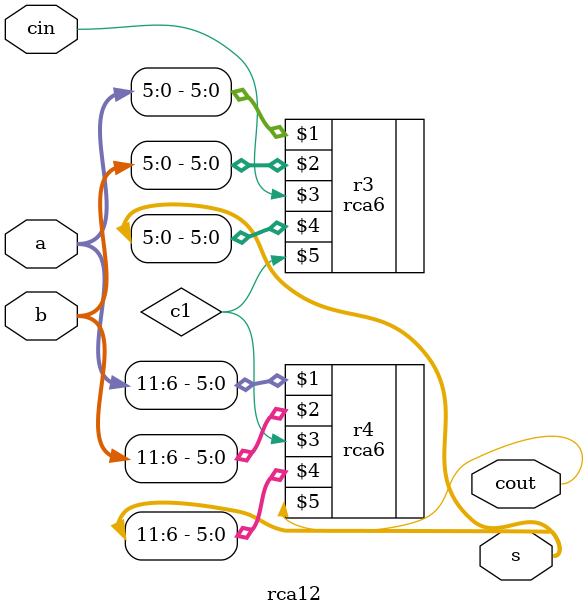
<source format=v>
`timescale 1ns / 1ps


module rca12(a,b,cin,s,cout);
input [11:0]a,b;
input cin;
output [11:0]s;
output cout;
wire c1;
rca6 r3(a[5:0],b[5:0],cin,s[5:0],c1);
rca6 r4(a[11:6],b[11:6],c1,s[11:6],cout);
endmodule

</source>
